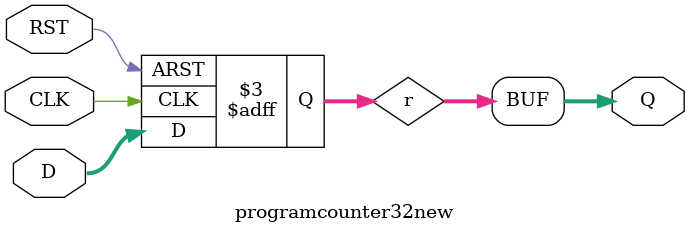
<source format=v>
module programcounter32new (
	input         CLK, 
	input         RST,
	input  [31:0] D, 
	output [31:0] Q);

  reg [31:0] r;

  always @(posedge CLK or posedge RST)
	if (RST == 1)
		r = 0;
	else
		r = D;	

  assign Q = r;


endmodule
</source>
